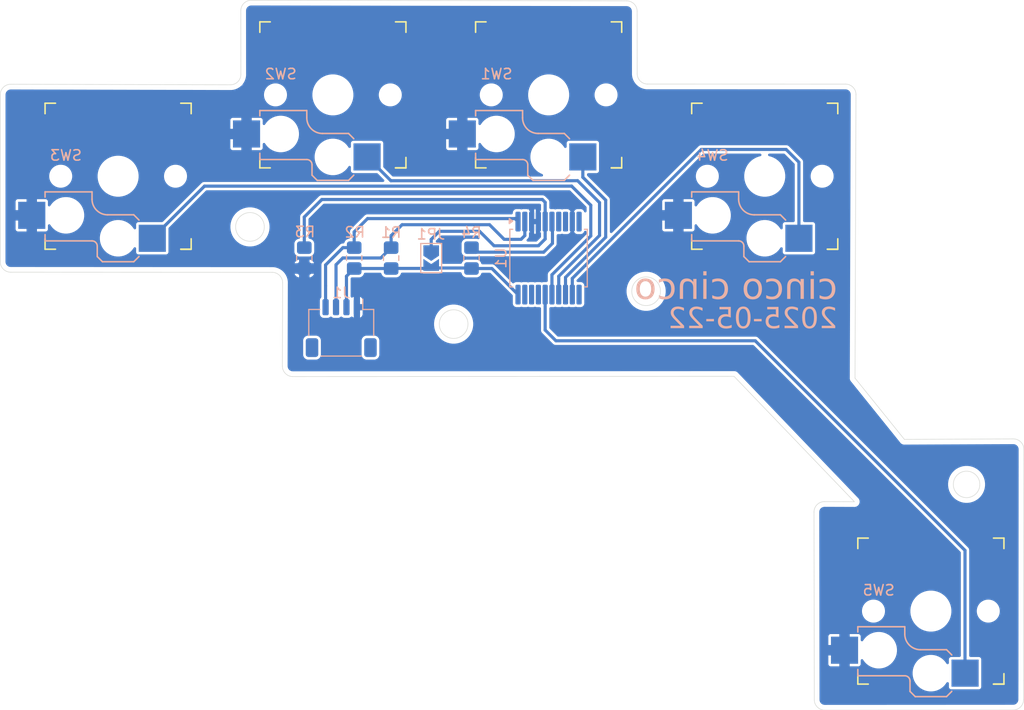
<source format=kicad_pcb>
(kicad_pcb (version 20241229) (generator "pcbnew") (generator_version "9.0")
  (layers (0 "F.Cu" signal) (2 "B.Cu" signal) (13 "F.Paste" user) (15 "B.Paste" user) (5 "F.SilkS" user "F.Silkscreen") (7 "B.SilkS" user "B.Silkscreen") (1 "F.Mask" user) (3 "B.Mask" user) (25 "Edge.Cuts" user))
  (net 0 "")
  (net 1 "/SDA")
  (net 2 "VCC")
  (net 3 "/SCL")
  (net 4 "GND")
  (net 5 "/A0")
  (net 6 "Net-(U1-~{RESET})")
  (net 7 "/middle")
  (net 8 "/ring")
  (net 9 "/pinky")
  (net 10 "/index")
  (net 18 "/thumb")
  (footprint "footprints:Kailh_socket_PG1350" (layer "F.Cu") (at 211.545 78)
    (property "Reference" "SW1" (at -5 -2 0) (layer "B.SilkS") (effects (justify mirror)))
    (property "Value" "SW_Push" (hide yes))
    (fp_line (start -7 -6) (end -7 -7) (stroke (width 0.15)) (layer "F.SilkS"))
    (fp_line (start -7 7) (end -7 6) (stroke (width 0.15)) (layer "F.SilkS"))
    (fp_line (start -7 7) (end -6 7) (stroke (width 0.15)) (layer "F.SilkS"))
    (fp_line (start -6 -7) (end -7 -7) (stroke (width 0.15)) (layer "F.SilkS"))
    (fp_line (start 6 7) (end 7 7) (stroke (width 0.15)) (layer "F.SilkS"))
    (fp_line (start 7 -7) (end 6 -7) (stroke (width 0.15)) (layer "F.SilkS"))
    (fp_line (start 7 -7) (end 7 -6) (stroke (width 0.15)) (layer "F.SilkS"))
    (fp_line (start 7 6) (end 7 7) (stroke (width 0.15)) (layer "F.SilkS"))
    (fp_line (start 7 7) (end 6 7) (stroke (width 0.15)) (layer "F.SilkS"))
    (fp_line (start -7 1.5) (end -7 2) (stroke (width 0.15)) (layer "B.SilkS"))
    (fp_line (start -7 5.6) (end -7 6.2) (stroke (width 0.15)) (layer "B.SilkS"))
    (fp_line (start -7 6.2) (end -2.5 6.2) (stroke (width 0.15)) (layer "B.SilkS"))
    (fp_line (start -2.5 1.5) (end -7 1.5) (stroke (width 0.15)) (layer "B.SilkS"))
    (fp_line (start -2.5 2.2) (end -2.5 1.5) (stroke (width 0.15)) (layer "B.SilkS"))
    (fp_line (start -2 6.7) (end -2 7.7) (stroke (width 0.15)) (layer "B.SilkS"))
    (fp_line (start -1.5 8.2) (end -2 7.7) (stroke (width 0.15)) (layer "B.SilkS"))
    (fp_line (start 1.5 3.7) (end -1 3.7) (stroke (width 0.15)) (layer "B.SilkS"))
    (fp_line (start 1.5 8.2) (end -1.5 8.2) (stroke (width 0.15)) (layer "B.SilkS"))
    (fp_line (start 2 4.2) (end 1.5 3.7) (stroke (width 0.15)) (layer "B.SilkS"))
    (fp_line (start 2 7.7) (end 1.5 8.2) (stroke (width 0.15)) (layer "B.SilkS"))
    (fp_arc (start -2.5 6.2) (mid -2.146447 6.346447) (end -2 6.7) (stroke (width 0.15)) (layer "B.SilkS"))
    (fp_arc (start -1 3.7) (mid -2.06066 3.26066) (end -2.5 2.2) (stroke (width 0.15)) (layer "B.SilkS"))
    (pad "" np_thru_hole circle (at -5.5 0) (size 1.7018 1.7018) (drill 1.7018) (layers "*.Cu" "*.Mask"))
    (pad "" np_thru_hole circle (at -5 3.75) (size 3 3) (drill 3) (layers "*.Cu" "*.Mask"))
    (pad "" np_thru_hole circle (at 0 0) (size 3.429 3.429) (drill 3.429) (layers "*.Cu" "*.Mask"))
    (pad "" np_thru_hole circle (at 0 5.95) (size 3 3) (drill 3) (layers "*.Cu" "*.Mask"))
    (pad "" np_thru_hole circle (at 5.5 0) (size 1.7018 1.7018) (drill 1.7018) (layers "*.Cu" "*.Mask"))
    (pad "1" smd rect (at 3.275 5.95) (size 2.6 2.6) (layers "B.Cu" "B.Mask" "B.Paste") (net 7 "/middle"))
    (pad "2" smd rect (at -8.275 3.75) (size 2.6 2.6) (layers "B.Cu" "B.Mask" "B.Paste") (net 4 "GND"))
  )
  (footprint "footprints:Kailh_socket_PG1350" (layer "F.Cu") (at 190.87 78)
    (property "Reference" "SW2" (at -5 -2 0) (layer "B.SilkS") (effects (justify mirror)))
    (property "Value" "SW_Push" (hide yes))
    (fp_line (start -7 -6) (end -7 -7) (stroke (width 0.15)) (layer "F.SilkS"))
    (fp_line (start -7 7) (end -7 6) (stroke (width 0.15)) (layer "F.SilkS"))
    (fp_line (start -7 7) (end -6 7) (stroke (width 0.15)) (layer "F.SilkS"))
    (fp_line (start -6 -7) (end -7 -7) (stroke (width 0.15)) (layer "F.SilkS"))
    (fp_line (start 6 7) (end 7 7) (stroke (width 0.15)) (layer "F.SilkS"))
    (fp_line (start 7 -7) (end 6 -7) (stroke (width 0.15)) (layer "F.SilkS"))
    (fp_line (start 7 -7) (end 7 -6) (stroke (width 0.15)) (layer "F.SilkS"))
    (fp_line (start 7 6) (end 7 7) (stroke (width 0.15)) (layer "F.SilkS"))
    (fp_line (start 7 7) (end 6 7) (stroke (width 0.15)) (layer "F.SilkS"))
    (fp_line (start -7 1.5) (end -7 2) (stroke (width 0.15)) (layer "B.SilkS"))
    (fp_line (start -7 5.6) (end -7 6.2) (stroke (width 0.15)) (layer "B.SilkS"))
    (fp_line (start -7 6.2) (end -2.5 6.2) (stroke (width 0.15)) (layer "B.SilkS"))
    (fp_line (start -2.5 1.5) (end -7 1.5) (stroke (width 0.15)) (layer "B.SilkS"))
    (fp_line (start -2.5 2.2) (end -2.5 1.5) (stroke (width 0.15)) (layer "B.SilkS"))
    (fp_line (start -2 6.7) (end -2 7.7) (stroke (width 0.15)) (layer "B.SilkS"))
    (fp_line (start -1.5 8.2) (end -2 7.7) (stroke (width 0.15)) (layer "B.SilkS"))
    (fp_line (start 1.5 3.7) (end -1 3.7) (stroke (width 0.15)) (layer "B.SilkS"))
    (fp_line (start 1.5 8.2) (end -1.5 8.2) (stroke (width 0.15)) (layer "B.SilkS"))
    (fp_line (start 2 4.2) (end 1.5 3.7) (stroke (width 0.15)) (layer "B.SilkS"))
    (fp_line (start 2 7.7) (end 1.5 8.2) (stroke (width 0.15)) (layer "B.SilkS"))
    (fp_arc (start -2.5 6.2) (mid -2.146447 6.346447) (end -2 6.7) (stroke (width 0.15)) (layer "B.SilkS"))
    (fp_arc (start -1 3.7) (mid -2.06066 3.26066) (end -2.5 2.2) (stroke (width 0.15)) (layer "B.SilkS"))
    (pad "" np_thru_hole circle (at -5.5 0) (size 1.7018 1.7018) (drill 1.7018) (layers "*.Cu" "*.Mask"))
    (pad "" np_thru_hole circle (at -5 3.75) (size 3 3) (drill 3) (layers "*.Cu" "*.Mask"))
    (pad "" np_thru_hole circle (at 0 0) (size 3.429 3.429) (drill 3.429) (layers "*.Cu" "*.Mask"))
    (pad "" np_thru_hole circle (at 0 5.95) (size 3 3) (drill 3) (layers "*.Cu" "*.Mask"))
    (pad "" np_thru_hole circle (at 5.5 0) (size 1.7018 1.7018) (drill 1.7018) (layers "*.Cu" "*.Mask"))
    (pad "1" smd rect (at 3.275 5.95) (size 2.6 2.6) (layers "B.Cu" "B.Mask" "B.Paste") (net 8 "/ring"))
    (pad "2" smd rect (at -8.275 3.75) (size 2.6 2.6) (layers "B.Cu" "B.Mask" "B.Paste") (net 4 "GND"))
  )
  (footprint "footprints:Kailh_socket_PG1350" (layer "F.Cu") (at 248.17 127.5)
    (property "Reference" "SW5" (at -5 -2 0) (layer "B.SilkS") (effects (justify mirror)))
    (property "Value" "SW_Push" (hide yes))
    (fp_line (start -7 -6) (end -7 -7) (stroke (width 0.15)) (layer "F.SilkS"))
    (fp_line (start -7 7) (end -7 6) (stroke (width 0.15)) (layer "F.SilkS"))
    (fp_line (start -7 7) (end -6 7) (stroke (width 0.15)) (layer "F.SilkS"))
    (fp_line (start -6 -7) (end -7 -7) (stroke (width 0.15)) (layer "F.SilkS"))
    (fp_line (start 6 7) (end 7 7) (stroke (width 0.15)) (layer "F.SilkS"))
    (fp_line (start 7 -7) (end 6 -7) (stroke (width 0.15)) (layer "F.SilkS"))
    (fp_line (start 7 -7) (end 7 -6) (stroke (width 0.15)) (layer "F.SilkS"))
    (fp_line (start 7 6) (end 7 7) (stroke (width 0.15)) (layer "F.SilkS"))
    (fp_line (start 7 7) (end 6 7) (stroke (width 0.15)) (layer "F.SilkS"))
    (fp_line (start -7 1.5) (end -7 2) (stroke (width 0.15)) (layer "B.SilkS"))
    (fp_line (start -7 5.6) (end -7 6.2) (stroke (width 0.15)) (layer "B.SilkS"))
    (fp_line (start -7 6.2) (end -2.5 6.2) (stroke (width 0.15)) (layer "B.SilkS"))
    (fp_line (start -2.5 1.5) (end -7 1.5) (stroke (width 0.15)) (layer "B.SilkS"))
    (fp_line (start -2.5 2.2) (end -2.5 1.5) (stroke (width 0.15)) (layer "B.SilkS"))
    (fp_line (start -2 6.7) (end -2 7.7) (stroke (width 0.15)) (layer "B.SilkS"))
    (fp_line (start -1.5 8.2) (end -2 7.7) (stroke (width 0.15)) (layer "B.SilkS"))
    (fp_line (start 1.5 3.7) (end -1 3.7) (stroke (width 0.15)) (layer "B.SilkS"))
    (fp_line (start 1.5 8.2) (end -1.5 8.2) (stroke (width 0.15)) (layer "B.SilkS"))
    (fp_line (start 2 4.2) (end 1.5 3.7) (stroke (width 0.15)) (layer "B.SilkS"))
    (fp_line (start 2 7.7) (end 1.5 8.2) (stroke (width 0.15)) (layer "B.SilkS"))
    (fp_arc (start -2.5 6.2) (mid -2.146447 6.346447) (end -2 6.7) (stroke (width 0.15)) (layer "B.SilkS"))
    (fp_arc (start -1 3.7) (mid -2.06066 3.26066) (end -2.5 2.2) (stroke (width 0.15)) (layer "B.SilkS"))
    (pad "" np_thru_hole circle (at -5.5 0) (size 1.7018 1.7018) (drill 1.7018) (layers "*.Cu" "*.Mask"))
    (pad "" np_thru_hole circle (at -5 3.75) (size 3 3) (drill 3) (layers "*.Cu" "*.Mask"))
    (pad "" np_thru_hole circle (at 0 0) (size 3.429 3.429) (drill 3.429) (layers "*.Cu" "*.Mask"))
    (pad "" np_thru_hole circle (at 0 5.95) (size 3 3) (drill 3) (layers "*.Cu" "*.Mask"))
    (pad "" np_thru_hole circle (at 5.5 0) (size 1.7018 1.7018) (drill 1.7018) (layers "*.Cu" "*.Mask"))
    (pad "1" smd rect (at 3.275 5.95) (size 2.6 2.6) (layers "B.Cu" "B.Mask" "B.Paste") (net 18 "/thumb"))
    (pad "2" smd rect (at -8.275 3.75) (size 2.6 2.6) (layers "B.Cu" "B.Mask" "B.Paste") (net 4 "GND"))
  )
  (footprint "footprints:Kailh_socket_PG1350" (layer "F.Cu") (at 170.29 85.8)
    (property "Reference" "SW3" (at -5 -2 0) (layer "B.SilkS") (effects (justify mirror)))
    (property "Value" "SW_Push" (hide yes))
    (fp_line (start -7 -6) (end -7 -7) (stroke (width 0.15)) (layer "F.SilkS"))
    (fp_line (start -7 7) (end -7 6) (stroke (width 0.15)) (layer "F.SilkS"))
    (fp_line (start -7 7) (end -6 7) (stroke (width 0.15)) (layer "F.SilkS"))
    (fp_line (start -6 -7) (end -7 -7) (stroke (width 0.15)) (layer "F.SilkS"))
    (fp_line (start 6 7) (end 7 7) (stroke (width 0.15)) (layer "F.SilkS"))
    (fp_line (start 7 -7) (end 6 -7) (stroke (width 0.15)) (layer "F.SilkS"))
    (fp_line (start 7 -7) (end 7 -6) (stroke (width 0.15)) (layer "F.SilkS"))
    (fp_line (start 7 6) (end 7 7) (stroke (width 0.15)) (layer "F.SilkS"))
    (fp_line (start 7 7) (end 6 7) (stroke (width 0.15)) (layer "F.SilkS"))
    (fp_line (start -7 1.5) (end -7 2) (stroke (width 0.15)) (layer "B.SilkS"))
    (fp_line (start -7 5.6) (end -7 6.2) (stroke (width 0.15)) (layer "B.SilkS"))
    (fp_line (start -7 6.2) (end -2.5 6.2) (stroke (width 0.15)) (layer "B.SilkS"))
    (fp_line (start -2.5 1.5) (end -7 1.5) (stroke (width 0.15)) (layer "B.SilkS"))
    (fp_line (start -2.5 2.2) (end -2.5 1.5) (stroke (width 0.15)) (layer "B.SilkS"))
    (fp_line (start -2 6.7) (end -2 7.7) (stroke (width 0.15)) (layer "B.SilkS"))
    (fp_line (start -1.5 8.2) (end -2 7.7) (stroke (width 0.15)) (layer "B.SilkS"))
    (fp_line (start 1.5 3.7) (end -1 3.7) (stroke (width 0.15)) (layer "B.SilkS"))
    (fp_line (start 1.5 8.2) (end -1.5 8.2) (stroke (width 0.15)) (layer "B.SilkS"))
    (fp_line (start 2 4.2) (end 1.5 3.7) (stroke (width 0.15)) (layer "B.SilkS"))
    (fp_line (start 2 7.7) (end 1.5 8.2) (stroke (width 0.15)) (layer "B.SilkS"))
    (fp_arc (start -2.5 6.2) (mid -2.146447 6.346447) (end -2 6.7) (stroke (width 0.15)) (layer "B.SilkS"))
    (fp_arc (start -1 3.7) (mid -2.06066 3.26066) (end -2.5 2.2) (stroke (width 0.15)) (layer "B.SilkS"))
    (pad "" np_thru_hole circle (at -5.5 0) (size 1.7018 1.7018) (drill 1.7018) (layers "*.Cu" "*.Mask"))
    (pad "" np_thru_hole circle (at -5 3.75) (size 3 3) (drill 3) (layers "*.Cu" "*.Mask"))
    (pad "" np_thru_hole circle (at 0 0) (size 3.429 3.429) (drill 3.429) (layers "*.Cu" "*.Mask"))
    (pad "" np_thru_hole circle (at 0 5.95) (size 3 3) (drill 3) (layers "*.Cu" "*.Mask"))
    (pad "" np_thru_hole circle (at 5.5 0) (size 1.7018 1.7018) (drill 1.7018) (layers "*.Cu" "*.Mask"))
    (pad "1" smd rect (at 3.275 5.95) (size 2.6 2.6) (layers "B.Cu" "B.Mask" "B.Paste") (net 9 "/pinky"))
    (pad "2" smd rect (at -8.275 3.75) (size 2.6 2.6) (layers "B.Cu" "B.Mask" "B.Paste") (net 4 "GND"))
  )
  (footprint "footprints:Kailh_socket_PG1350" (layer "F.Cu") (at 232.25 85.8)
    (property "Reference" "SW4" (at -5 -2 0) (layer "B.SilkS") (effects (justify mirror)))
    (property "Value" "SW_Push" (hide yes))
    (fp_line (start -7 -6) (end -7 -7) (stroke (width 0.15)) (layer "F.SilkS"))
    (fp_line (start -7 7) (end -7 6) (stroke (width 0.15)) (layer "F.SilkS"))
    (fp_line (start -7 7) (end -6 7) (stroke (width 0.15)) (layer "F.SilkS"))
    (fp_line (start -6 -7) (end -7 -7) (stroke (width 0.15)) (layer "F.SilkS"))
    (fp_line (start 6 7) (end 7 7) (stroke (width 0.15)) (layer "F.SilkS"))
    (fp_line (start 7 -7) (end 6 -7) (stroke (width 0.15)) (layer "F.SilkS"))
    (fp_line (start 7 -7) (end 7 -6) (stroke (width 0.15)) (layer "F.SilkS"))
    (fp_line (start 7 6) (end 7 7) (stroke (width 0.15)) (layer "F.SilkS"))
    (fp_line (start 7 7) (end 6 7) (stroke (width 0.15)) (layer "F.SilkS"))
    (fp_line (start -7 1.5) (end -7 2) (stroke (width 0.15)) (layer "B.SilkS"))
    (fp_line (start -7 5.6) (end -7 6.2) (stroke (width 0.15)) (layer "B.SilkS"))
    (fp_line (start -7 6.2) (end -2.5 6.2) (stroke (width 0.15)) (layer "B.SilkS"))
    (fp_line (start -2.5 1.5) (end -7 1.5) (stroke (width 0.15)) (layer "B.SilkS"))
    (fp_line (start -2.5 2.2) (end -2.5 1.5) (stroke (width 0.15)) (layer "B.SilkS"))
    (fp_line (start -2 6.7) (end -2 7.7) (stroke (width 0.15)) (layer "B.SilkS"))
    (fp_line (start -1.5 8.2) (end -2 7.7) (stroke (width 0.15)) (layer "B.SilkS"))
    (fp_line (start 1.5 3.7) (end -1 3.7) (stroke (width 0.15)) (layer "B.SilkS"))
    (fp_line (start 1.5 8.2) (end -1.5 8.2) (stroke (width 0.15)) (layer "B.SilkS"))
    (fp_line (start 2 4.2) (end 1.5 3.7) (stroke (width 0.15)) (layer "B.SilkS"))
    (fp_line (start 2 7.7) (end 1.5 8.2) (stroke (width 0.15)) (layer "B.SilkS"))
    (fp_arc (start -2.5 6.2) (mid -2.146447 6.346447) (end -2 6.7) (stroke (width 0.15)) (layer "B.SilkS"))
    (fp_arc (start -1 3.7) (mid -2.06066 3.26066) (end -2.5 2.2) (stroke (width 0.15)) (layer "B.SilkS"))
    (pad "" np_thru_hole circle (at -5.5 0) (size 1.7018 1.7018) (drill 1.7018) (layers "*.Cu" "*.Mask"))
    (pad "" np_thru_hole circle (at -5 3.75) (size 3 3) (drill 3) (layers "*.Cu" "*.Mask"))
    (pad "" np_thru_hole circle (at 0 0) (size 3.429 3.429) (drill 3.429) (layers "*.Cu" "*.Mask"))
    (pad "" np_thru_hole circle (at 0 5.95) (size 3 3) (drill 3) (layers "*.Cu" "*.Mask"))
    (pad "" np_thru_hole circle (at 5.5 0) (size 1.7018 1.7018) (drill 1.7018) (layers "*.Cu" "*.Mask"))
    (pad "1" smd rect (at 3.275 5.95) (size 2.6 2.6) (layers "B.Cu" "B.Mask" "B.Paste") (net 10 "/index"))
    (pad "2" smd rect (at -8.275 3.75) (size 2.6 2.6) (layers "B.Cu" "B.Mask" "B.Paste") (net 4 "GND"))
  )
  (footprint "Resistor_SMD:R_0805_2012Metric_Pad1.20x1.40mm_HandSolder" (layer "B.Cu") (at 188.13 93.65 90)
    (property "Reference" "R3" (at 2.51 0.06 180) (layer "B.SilkS") (effects (justify mirror)))
    (property "Value" "10k")
    (fp_line (start -0.227064 -0.735) (end 0.227064 -0.735) (stroke (width 0.12)) (layer "B.SilkS"))
    (fp_line (start -0.227064 0.735) (end 0.227064 0.735) (stroke (width 0.12)) (layer "B.SilkS"))
    (pad "1" smd roundrect (at -1 0 90) (size 1.2 1.4) (layers "B.Cu" "B.Mask" "B.Paste") (roundrect_rratio 0.208333) (net 4 "GND"))
    (pad "2" smd roundrect (at 1 0 90) (size 1.2 1.4) (layers "B.Cu" "B.Mask" "B.Paste") (roundrect_rratio 0.208333) (net 5 "/A0"))
  )
  (footprint "Package_SO:SSOP-20_5.3x7.2mm_P0.65mm" (layer "B.Cu") (at 211.535 93.65 -90)
    (property "Reference" "U1" (at 0 4.55 90) (layer "B.SilkS") (effects (justify mirror)))
    (property "Value" "MCP23008-xSS" (hide yes))
    (fp_line (start -2.76 3.71) (end -2.76 3.435) (stroke (width 0.12)) (layer "B.SilkS"))
    (fp_line (start 0 3.71) (end -2.76 3.71) (stroke (width 0.12)) (layer "B.SilkS"))
    (fp_line (start 0 3.71) (end 2.76 3.71) (stroke (width 0.12)) (layer "B.SilkS"))
    (fp_line (start 2.76 3.71) (end 2.76 3.435) (stroke (width 0.12)) (layer "B.SilkS"))
    (fp_line (start -2.76 -3.71) (end -2.76 -3.435) (stroke (width 0.12)) (layer "B.SilkS"))
    (fp_line (start 0 -3.71) (end -2.76 -3.71) (stroke (width 0.12)) (layer "B.SilkS"))
    (fp_line (start 0 -3.71) (end 2.76 -3.71) (stroke (width 0.12)) (layer "B.SilkS"))
    (fp_line (start 2.76 -3.71) (end 2.76 -3.435) (stroke (width 0.12)) (layer "B.SilkS"))
    (fp_poly (pts (xy -3.55 3.435) (xy -3.79 3.765) (xy -3.31 3.765) (xy -3.55 3.435)) (stroke (width 0.12)) (fill yes) (layer "B.SilkS"))
    (pad "1" smd roundrect (at -3.5 2.925 270) (size 1.9 0.5) (layers "B.Cu" "B.Mask" "B.Paste") (net 3 "/SCL"))
    (pad "2" smd roundrect (at -3.5 2.275 270) (size 1.9 0.5) (layers "B.Cu" "B.Mask" "B.Paste") (net 1 "/SDA"))
    (pad "3" smd roundrect (at -3.5 1.625 270) (size 1.9 0.5) (layers "B.Cu" "B.Mask" "B.Paste") (net 4 "GND"))
    (pad "4" smd roundrect (at -3.5 0.975 270) (size 1.9 0.5) (layers "B.Cu" "B.Mask" "B.Paste") (net 4 "GND"))
    (pad "5" smd roundrect (at -3.5 0.325 270) (size 1.9 0.5) (layers "B.Cu" "B.Mask" "B.Paste") (net 5 "/A0"))
    (pad "6" smd roundrect (at -3.5 -0.325 270) (size 1.9 0.5) (layers "B.Cu" "B.Mask" "B.Paste") (net 6 "Net-(U1-~{RESET})"))
    (pad "7" smd roundrect (at -3.5 -0.975 270) (size 1.9 0.5) (layers "B.Cu" "B.Mask" "B.Paste"))
    (pad "8" smd roundrect (at -3.5 -1.625 270) (size 1.9 0.5) (layers "B.Cu" "B.Mask" "B.Paste"))
    (pad "9" smd roundrect (at -3.5 -2.275 270) (size 1.9 0.5) (layers "B.Cu" "B.Mask" "B.Paste") (net 4 "GND"))
    (pad "10" smd roundrect (at -3.5 -2.925 270) (size 1.9 0.5) (layers "B.Cu" "B.Mask" "B.Paste"))
    (pad "11" smd roundrect (at 3.5 -2.925 270) (size 1.9 0.5) (layers "B.Cu" "B.Mask" "B.Paste"))
    (pad "12" smd roundrect (at 3.5 -2.275 270) (size 1.9 0.5) (layers "B.Cu" "B.Mask" "B.Paste") (net 10 "/index"))
    (pad "13" smd roundrect (at 3.5 -1.625 270) (size 1.9 0.5) (layers "B.Cu" "B.Mask" "B.Paste") (net 7 "/middle"))
    (pad "14" smd roundrect (at 3.5 -0.975 270) (size 1.9 0.5) (layers "B.Cu" "B.Mask" "B.Paste") (net 8 "/ring"))
    (pad "15" smd roundrect (at 3.5 -0.325 270) (size 1.9 0.5) (layers "B.Cu" "B.Mask" "B.Paste") (net 9 "/pinky"))
    (pad "16" smd roundrect (at 3.5 0.325 270) (size 1.9 0.5) (layers "B.Cu" "B.Mask" "B.Paste") (net 18 "/thumb"))
    (pad "17" smd roundrect (at 3.5 0.975 270) (size 1.9 0.5) (layers "B.Cu" "B.Mask" "B.Paste"))
    (pad "18" smd roundrect (at 3.5 1.625 270) (size 1.9 0.5) (layers "B.Cu" "B.Mask" "B.Paste"))
    (pad "19" smd roundrect (at 3.5 2.275 270) (size 1.9 0.5) (layers "B.Cu" "B.Mask" "B.Paste"))
    (pad "20" smd roundrect (at 3.5 2.925 270) (size 1.9 0.5) (layers "B.Cu" "B.Mask" "B.Paste") (net 2 "VCC"))
  )
  (footprint "Jumper:SolderJumper-2_P1.3mm_Open_TrianglePad1.0x1.5mm" (layer "B.Cu") (at 200.29 93.65 -90)
    (property "Reference" "JP1" (at -2.29 0.03 180) (layer "B.SilkS") (effects (justify mirror)))
    (property "Value" "SolderJumper_2_Open" (hide yes))
    (fp_line (start -1.4 1) (end 1.4 1) (stroke (width 0.12)) (layer "B.SilkS"))
    (fp_line (start 1.4 1) (end 1.4 -1) (stroke (width 0.12)) (layer "B.SilkS"))
    (fp_line (start -1.4 -1) (end -1.4 1) (stroke (width 0.12)) (layer "B.SilkS"))
    (fp_line (start 1.4 -1) (end -1.4 -1) (stroke (width 0.12)) (layer "B.SilkS"))
    (pad "1" smd custom (at -0.725 0 270) (size 0.3 0.3) (layers "B.Cu" "B.Mask") (net 5 "/A0") (options (clearance outline) (anchor rect)) (primitives (gr_poly (pts (xy 1 0) (xy 0.5 -0.75) (xy -0.5 -0.75) (xy -0.5 0.75) (xy 0.5 0.75)) (width 0) (fill yes))))
    (pad "2" smd custom (at 0.725 0 270) (size 0.3 0.3) (layers "B.Cu" "B.Mask") (net 2 "VCC") (options (clearance outline) (anchor rect)) (primitives (gr_poly (pts (xy 0.5 -0.75) (xy -0.65 -0.75) (xy -0.15 0) (xy -0.65 0.75) (xy 0.5 0.75)) (width 0) (fill yes))))
  )
  (footprint "Resistor_SMD:R_0805_2012Metric_Pad1.20x1.40mm_HandSolder" (layer "B.Cu") (at 204.15 93.65 90)
    (property "Reference" "R4" (at 2.45 -0.01 180) (layer "B.SilkS") (effects (justify mirror)))
    (property "Value" "10k")
    (fp_line (start -0.227064 -0.735) (end 0.227064 -0.735) (stroke (width 0.12)) (layer "B.SilkS"))
    (fp_line (start -0.227064 0.735) (end 0.227064 0.735) (stroke (width 0.12)) (layer "B.SilkS"))
    (pad "1" smd roundrect (at -1 0 90) (size 1.2 1.4) (layers "B.Cu" "B.Mask" "B.Paste") (roundrect_rratio 0.208333) (net 2 "VCC"))
    (pad "2" smd roundrect (at 1 0 90) (size 1.2 1.4) (layers "B.Cu" "B.Mask" "B.Paste") (roundrect_rratio 0.208333) (net 6 "Net-(U1-~{RESET})"))
  )
  (footprint "Connector_JST:JST_SH_SM04B-SRSS-TB_1x04-1MP_P1.00mm_Horizontal" (layer "B.Cu") (at 191.67 100.36 180)
    (property "Reference" "J1" (at 0 3.38 0) (layer "B.SilkS") (effects (justify mirror)))
    (property "Value" "Conn_01x04_Socket" (hide yes))
    (fp_line (start 3.11 1.785) (end 2.06 1.785) (stroke (width 0.12)) (layer "B.SilkS"))
    (fp_line (start 3.11 -0.715) (end 3.11 1.785) (stroke (width 0.12)) (layer "B.SilkS"))
    (fp_line (start -1.94 -2.685) (end 1.94 -2.685) (stroke (width 0.12)) (layer "B.SilkS"))
    (fp_line (start -2.06 1.785) (end -2.06 2.775) (stroke (width 0.12)) (layer "B.SilkS"))
    (fp_line (start -3.11 1.785) (end -2.06 1.785) (stroke (width 0.12)) (layer "B.SilkS"))
    (fp_line (start -3.11 -0.715) (end -3.11 1.785) (stroke (width 0.12)) (layer "B.SilkS"))
    (pad "1" smd roundrect (at -1.5 2 180) (size 0.6 1.55) (layers "B.Cu" "B.Mask" "B.Paste") (net 4 "GND"))
    (pad "2" smd roundrect (at -0.5 2 180) (size 0.6 1.55) (layers "B.Cu" "B.Mask" "B.Paste") (net 2 "VCC"))
    (pad "3" smd roundrect (at 0.5 2 180) (size 0.6 1.55) (layers "B.Cu" "B.Mask" "B.Paste") (net 1 "/SDA"))
    (pad "4" smd roundrect (at 1.5 2 180) (size 0.6 1.55) (layers "B.Cu" "B.Mask" "B.Paste") (net 3 "/SCL"))
    (pad "MP" smd roundrect (at -2.8 -1.875 180) (size 1.2 1.8) (layers "B.Cu" "B.Mask" "B.Paste") (roundrect_rratio 0.208333))
    (pad "MP" smd roundrect (at 2.8 -1.875 180) (size 1.2 1.8) (layers "B.Cu" "B.Mask" "B.Paste") (roundrect_rratio 0.208333))
  )
  (footprint "Resistor_SMD:R_0805_2012Metric_Pad1.20x1.40mm_HandSolder" (layer "B.Cu") (at 192.91 93.65 90)
    (property "Reference" "R2" (at 2.48 0.06 0) (layer "B.SilkS") (effects (justify mirror)))
    (property "Value" "10k")
    (fp_line (start -0.227064 -0.735) (end 0.227064 -0.735) (stroke (width 0.12)) (layer "B.SilkS"))
    (fp_line (start -0.227064 0.735) (end 0.227064 0.735) (stroke (width 0.12)) (layer "B.SilkS"))
    (pad "1" smd roundrect (at -1 0 90) (size 1.2 1.4) (layers "B.Cu" "B.Mask" "B.Paste") (roundrect_rratio 0.208333) (net 2 "VCC"))
    (pad "2" smd roundrect (at 1 0 90) (size 1.2 1.4) (layers "B.Cu" "B.Mask" "B.Paste") (roundrect_rratio 0.208333) (net 3 "/SCL"))
  )
  (footprint "Resistor_SMD:R_0805_2012Metric_Pad1.20x1.40mm_HandSolder" (layer "B.Cu") (at 196.45 93.65 90)
    (property "Reference" "R1" (at 2.45 0 0) (layer "B.SilkS") (effects (justify mirror)))
    (property "Value" "10k")
    (fp_line (start -0.227064 -0.735) (end 0.227064 -0.735) (stroke (width 0.12)) (layer "B.SilkS"))
    (fp_line (start -0.227064 0.735) (end 0.227064 0.735) (stroke (width 0.12)) (layer "B.SilkS"))
    (pad "1" smd roundrect (at -1 0 90) (size 1.2 1.4) (layers "B.Cu" "B.Mask" "B.Paste") (roundrect_rratio 0.208333) (net 2 "VCC"))
    (pad "2" smd roundrect (at 1 0 90) (size 1.2 1.4) (layers "B.Cu" "B.Mask" "B.Paste") (roundrect_rratio 0.208333) (net 1 "/SDA"))
  )
  (gr_line (start 245.63 111.032892) (end 240.9 105.16) (stroke (width 0.05)) (layer "Edge.Cuts"))
  (gr_line (start 236.97 118) (end 236.997108 135.992893) (stroke (width 0.05)) (layer "Edge.Cuts"))
  (gr_arc (start 159.997107 95.002893) (mid 159.29 94.71) (end 158.997107 94.002893) (stroke (width 0.05)) (layer "Edge.Cuts"))
  (gr_line (start 182.052893 76.032893) (end 182.047107 69.927107) (stroke (width 0.05)) (layer "Edge.Cuts"))
  (gr_line (start 187.03 105.01) (end 229.31 104.99) (stroke (width 0.05)) (layer "Edge.Cuts"))
  (gr_line (start 257.079136 111.99) (end 257.06 134.13) (stroke (width 0.05)) (layer "Edge.Cuts"))
  (gr_arc (start 236.97 118) (mid 237.262893 117.292893) (end 237.97 117) (stroke (width 0.05)) (layer "Edge.Cuts"))
  (gr_arc (start 221.027107 76.962893) (mid 220.32 76.67) (end 220.027107 75.962893) (stroke (width 0.05)) (layer "Edge.Cuts"))
  (gr_arc (start 182.047107 69.927107) (mid 182.34 69.22) (end 183.047107 68.927107) (stroke (width 0.05)) (layer "Edge.Cuts"))
  (gr_arc (start 182.052893 76.032893) (mid 181.76 76.74) (end 181.052893 77.032893) (stroke (width 0.05)) (layer "Edge.Cuts"))
  (gr_line (start 159 77.98) (end 158.997108 94.002893) (stroke (width 0.05)) (layer "Edge.Cuts"))
  (gr_arc (start 257.052893 135.982893) (mid 256.76 136.69) (end 256.052893 136.982893) (stroke (width 0.05)) (layer "Edge.Cuts"))
  (gr_line (start 240.992892 77.967107) (end 240.9 105.16) (stroke (width 0.05)) (layer "Edge.Cuts"))
  (gr_line (start 237.97 117) (end 240.84 117.01) (stroke (width 0.05)) (layer "Edge.Cuts"))
  (gr_line (start 256.052893 136.982892) (end 237.997107 136.992893) (stroke (width 0.05)) (layer "Edge.Cuts"))
  (gr_circle (center 220.885 96.83) (end 222.26 96.83) (stroke (width 0.05)) (fill no) (layer "Edge.Cuts"))
  (gr_line (start 183.0471 68.927107) (end 219.022893 68.987107) (stroke (width 0.05)) (layer "Edge.Cuts"))
  (gr_arc (start 159 77.98) (mid 159.292893 77.272893) (end 160 76.98) (stroke (width 0.05)) (layer "Edge.Cuts"))
  (gr_line (start 186.052892 96.017107) (end 186.03 104.01) (stroke (width 0.05)) (layer "Edge.Cuts"))
  (gr_line (start 240.838774 117.01) (end 229.31 104.99) (stroke (width 0.05)) (layer "Edge.Cuts"))
  (gr_arc (start 185.052893 95.017107) (mid 185.76 95.31) (end 186.052893 96.017107) (stroke (width 0.05)) (layer "Edge.Cuts"))
  (gr_line (start 220.022893 69.9871) (end 220.027108 75.962893) (stroke (width 0.05)) (layer "Edge.Cuts"))
  (gr_circle (center 202.44 99.98) (end 203.815 99.98) (stroke (width 0.05)) (fill no) (layer "Edge.Cuts"))
  (gr_arc (start 219.022893 68.987107) (mid 219.73 69.28) (end 220.022893 69.987107) (stroke (width 0.05)) (layer "Edge.Cuts"))
  (gr_line (start 159.9971 95.002893) (end 185.0529 95.017107) (stroke (width 0.05)) (layer "Edge.Cuts"))
  (gr_circle (center 182.925 90.66) (end 184.3 90.66) (stroke (width 0.05)) (fill no) (layer "Edge.Cuts"))
  (gr_arc (start 239.992893 76.967107) (mid 240.7 77.26) (end 240.992893 77.967107) (stroke (width 0.05)) (layer "Edge.Cuts"))
  (gr_arc (start 256.08 110.99) (mid 256.787107 111.282893) (end 257.08 111.99) (stroke (width 0.05)) (layer "Edge.Cuts"))
  (gr_arc (start 187.030493 105.009999) (mid 186.323068 104.71728) (end 186.030001 104.01) (stroke (width 0.05)) (layer "Edge.Cuts"))
  (gr_line (start 160 76.98) (end 181.0529 77.032893) (stroke (width 0.05)) (layer "Edge.Cuts"))
  (gr_circle (center 251.59 115.35) (end 250.32 115.35) (stroke (width 0.05)) (fill no) (layer "Edge.Cuts"))
  (gr_line (start 257.06 134.13) (end 257.052892 135.982893) (stroke (width 0.05)) (layer "Edge.Cuts"))
  (gr_arc (start 237.997107 136.992893) (mid 237.29 136.7) (end 236.997107 135.992893) (stroke (width 0.05)) (layer "Edge.Cuts"))
  (gr_line (start 221.02 76.96) (end 239.992893 76.967107) (stroke (width 0.05)) (layer "Edge.Cuts"))
  (gr_line (start 245.63 111.032892) (end 256.08 110.99) (stroke (width 0.05)) (layer "Edge.Cuts"))
  (gr_text "cinco cinco" (at 239.21 97.99 0) (layer "B.SilkS") (effects (font (size 2.5 2.5) (thickness 0.1)) (justify left bottom mirror)))
  (gr_text "2025-05-22" (at 239.21 100.71 0) (layer "B.SilkS") (effects (font (size 2 2) (thickness 0.1)) (justify left bottom mirror)))
  (segment (start 207.28 91.85) (end 208.9 91.85) (width 0.3) (layer "B.Cu") (net 1))
  (segment (start 208.9 91.85) (end 209.26 91.49) (width 0.3) (layer "B.Cu") (net 1))
  (segment (start 209.26 91.49) (end 209.26 90.829) (width 0.3) (layer "B.Cu") (net 1))
  (segment (start 196.45 92.65) (end 195.46 93.64) (width 0.3) (layer "B.Cu") (net 1))
  (segment (start 205.88 90.45) (end 207.28 91.85) (width 0.3) (layer "B.Cu") (net 1))
  (segment (start 209.26 90.829) (end 209.309 90.78) (width 0.3) (layer "B.Cu") (net 1))
  (segment (start 191.17 94.29) (end 191.17 98.36) (width 0.3) (layer "B.Cu") (net 1))
  (segment (start 195.46 93.64) (end 191.82 93.64) (width 0.3) (layer "B.Cu") (net 1))
  (segment (start 197.5 90.45) (end 205.88 90.45) (width 0.3) (layer "B.Cu") (net 1))
  (segment (start 191.82 93.64) (end 191.17 94.29) (width 0.3) (layer "B.Cu") (net 1))
  (segment (start 196.45 92.65) (end 196.45 91.5) (width 0.3) (layer "B.Cu") (net 1))
  (segment (start 196.45 91.5) (end 197.5 90.45) (width 0.3) (layer "B.Cu") (net 1))
  (segment (start 192.17 98.36) (end 192.17 95.39) (width 0.3) (layer "B.Cu") (net 2))
  (segment (start 192.17 95.39) (end 192.91 94.65) (width 0.3) (layer "B.Cu") (net 2))
  (segment (start 200.29 94.375) (end 200.515 94.6) (width 0.3) (layer "B.Cu") (net 2))
  (segment (start 208.61 97.15) (end 206.11 94.65) (width 0.3) (layer "B.Cu") (net 2))
  (segment (start 200.29 94.375) (end 200.025 94.64) (width 0.3) (layer "B.Cu") (net 2))
  (segment (start 196.45 94.65) (end 192.91 94.65) (width 0.3) (layer "B.Cu") (net 2))
  (segment (start 206.11 94.65) (end 204.15 94.65) (width 0.3) (layer "B.Cu") (net 2))
  (segment (start 196.46 94.64) (end 196.45 94.65) (width 0.3) (layer "B.Cu") (net 2))
  (segment (start 204.1 94.6) (end 204.15 94.65) (width 0.3) (layer "B.Cu") (net 2))
  (segment (start 200.025 94.64) (end 196.46 94.64) (width 0.3) (layer "B.Cu") (net 2))
  (segment (start 200.515 94.6) (end 204.1 94.6) (width 0.3) (layer "B.Cu") (net 2))
  (segment (start 192.91 92.65) (end 191.83 92.65) (width 0.3) (layer "B.Cu") (net 3))
  (segment (start 191.83 92.65) (end 190.17 94.31) (width 0.3) (layer "B.Cu") (net 3))
  (segment (start 192.91 91.14) (end 194.19 89.86) (width 0.3) (layer "B.Cu") (net 3))
  (segment (start 190.17 96.33) (end 190.17 98.36) (width 0.3) (layer "B.Cu") (net 3))
  (segment (start 192.91 92.65) (end 192.91 91.14) (width 0.3) (layer "B.Cu") (net 3))
  (segment (start 208.32 89.86) (end 208.61 90.15) (width 0.3) (layer "B.Cu") (net 3))
  (segment (start 190.17 94.31) (end 190.17 96.31) (width 0.3) (layer "B.Cu") (net 3))
  (segment (start 194.19 89.86) (end 208.32 89.86) (width 0.3) (layer "B.Cu") (net 3))
  (segment (start 210.56 92.47) (end 211.21 91.82) (width 0.3) (layer "B.Cu") (net 5))
  (segment (start 211.21 88.3) (end 211.21 90.15) (width 0.3) (layer "B.Cu") (net 5))
  (segment (start 210.94 88.03) (end 211.21 88.3) (width 0.3) (layer "B.Cu") (net 5))
  (segment (start 201.07 91.08) (end 204.92 91.08) (width 0.3) (layer "B.Cu") (net 5))
  (segment (start 211.21 91.82) (end 211.21 90.15) (width 0.3) (layer "B.Cu") (net 5))
  (segment (start 188.13 89.71) (end 189.81 88.03) (width 0.3) (layer "B.Cu") (net 5))
  (segment (start 188.13 92.65) (end 188.13 89.71) (width 0.3) (layer "B.Cu") (net 5))
  (segment (start 206.31 92.47) (end 210.56 92.47) (width 0.3) (layer "B.Cu") (net 5))
  (segment (start 189.81 88.03) (end 210.94 88.03) (width 0.3) (layer "B.Cu") (net 5))
  (segment (start 200.29 91.86) (end 201.07 91.08) (width 0.3) (layer "B.Cu") (net 5))
  (segment (start 204.92 91.08) (end 206.31 92.47) (width 0.3) (layer "B.Cu") (net 5))
  (segment (start 200.29 92.925) (end 200.29 91.86) (width 0.3) (layer "B.Cu") (net 5))
  (segment (start 204.58 93.08) (end 211.07 93.08) (width 0.3) (layer "B.Cu") (net 6))
  (segment (start 211.07 93.08) (end 211.909 92.241) (width 0.3) (layer "B.Cu") (net 6))
  (segment (start 204.15 92.65) (end 204.58 93.08) (width 0.3) (layer "B.Cu") (net 6))
  (segment (start 211.909 92.241) (end 211.909 90.94) (width 0.3) (layer "B.Cu") (net 6))
  (segment (start 213.16 97.15) (end 213.16 95.5) (width 0.3) (layer "B.Cu") (net 7))
  (segment (start 213.16 95.5) (end 217.01 91.65) (width 0.3) (layer "B.Cu") (net 7))
  (segment (start 214.82 85.9) (end 214.82 83.95) (width 0.3) (layer "B.Cu") (net 7))
  (segment (start 217.01 91.65) (end 217.01 88.09) (width 0.3) (layer "B.Cu") (net 7))
  (segment (start 217.01 88.09) (end 214.82 85.9) (width 0.3) (layer "B.Cu") (net 7))
  (segment (start 196.425 86.23) (end 194.145 83.95) (width 0.3) (layer "B.Cu") (net 8))
  (segment (start 214.32 86.23) (end 196.425 86.23) (width 0.3) (layer "B.Cu") (net 8))
  (segment (start 212.51 95.39) (end 216.42 91.48) (width 0.3) (layer "B.Cu") (net 8))
  (segment (start 212.51 97.15) (end 212.51 95.39) (width 0.3) (layer "B.Cu") (net 8))
  (segment (start 216.42 88.33) (end 214.32 86.23) (width 0.3) (layer "B.Cu") (net 8))
  (segment (start 216.42 91.48) (end 216.42 88.33) (width 0.3) (layer "B.Cu") (net 8))
  (segment (start 215.58 88.58) (end 215.58 91.53) (width 0.3) (layer "B.Cu") (net 9))
  (segment (start 215.58 91.53) (end 211.86 95.25) (width 0.3) (layer "B.Cu") (net 9))
  (segment (start 213.75 86.75) (end 215.58 88.58) (width 0.3) (layer "B.Cu") (net 9))
  (segment (start 211.86 95.25) (end 211.86 97.15) (width 0.3) (layer "B.Cu") (net 9))
  (segment (start 178.565 86.75) (end 213.75 86.75) (width 0.3) (layer "B.Cu") (net 9))
  (segment (start 173.565 91.75) (end 178.565 86.75) (width 0.3) (layer "B.Cu") (net 9))
  (segment (start 213.81 97.15) (end 213.81 95.6) (width 0.3) (layer "B.Cu") (net 10))
  (segment (start 213.81 95.6) (end 226.18 83.23) (width 0.3) (layer "B.Cu") (net 10))
  (segment (start 226.18 83.23) (end 234.3 83.23) (width 0.3) (layer "B.Cu") (net 10))
  (segment (start 235.525 84.455) (end 235.525 91.75) (width 0.3) (layer "B.Cu") (net 10))
  (segment (start 234.3 83.23) (end 235.525 84.455) (width 0.3) (layer "B.Cu") (net 10))
  (segment (start 251.44 132.335) (end 251.44 121.68) (width 0.3) (layer "B.Cu") (net 18))
  (segment (start 251.44 121.68) (end 231.34 101.58) (width 0.3) (layer "B.Cu") (net 18))
  (segment (start 252.18 133.075) (end 251.44 132.335) (width 0.3) (layer "B.Cu") (net 18))
  (segment (start 212.24 101.58) (end 211.21 100.55) (width 0.3) (layer "B.Cu") (net 18))
  (segment (start 211.21 100.55) (end 211.21 97.15) (width 0.3) (layer "B.Cu") (net 18))
  (segment (start 231.34 101.58) (end 212.24 101.58) (width 0.3) (layer "B.Cu") (net 18))
  (zone (net 4) (net_name "GND") (layer "B.Cu") (connect_pads (clearance 0.25)) (min_thickness 0.25) (fill yes (thermal_gap 0.25) (thermal_bridge_width 1))
    (polygon (pts (xy 159.7 77.1) (xy 182.2 77.09) (xy 182.18 69.8) (xy 182.9 69) (xy 219.31 69.1) (xy 219.91 69.7) (xy 219.89 76.4) (xy 220.7 77.1) (xy 240.3 77.09) (xy 240.91 78) (xy 240.77 105.35) (xy 245.6 111.1) (xy 256.2 111.1) (xy 257 111.99) (xy 257.01 136) (xy 256 136.96) (xy 237.81 136.9) (xy 237.1 136.2) (xy 237.1 117.81) (xy 237.91 117.09) (xy 241 117.1) (xy 241 116.82) (xy 229.31 104.9) (xy 186.9 104.9) (xy 186.1 104.09) (xy 186.1 95.51) (xy 185.39 94.89) (xy 159.79 94.91) (xy 159.09 94.2) (xy 159.1 77.79)))
  )
)
</source>
